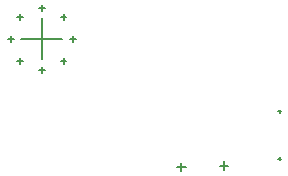
<source format=gbr>
%TF.GenerationSoftware,Altium Limited,Altium Designer,23.5.1 (21)*%
G04 Layer_Color=128*
%FSLAX45Y45*%
%MOMM*%
%TF.SameCoordinates,4F0F0AB4-5C0D-4210-9CCF-4C3744BDD4F0*%
%TF.FilePolarity,Positive*%
%TF.FileFunction,Drillmap*%
%TF.Part,Single*%
G01*
G75*
%TA.AperFunction,NonConductor*%
%ADD37C,0.12700*%
D37*
X14810616Y4014385D02*
X15160616D01*
X14985616Y3839385D02*
Y4189385D01*
X14960616Y3751885D02*
X15010616D01*
X14985616Y3726885D02*
Y3776885D01*
X14775000Y3828769D02*
X14825000D01*
X14800000Y3803769D02*
Y3853769D01*
X14698116Y4014385D02*
X14748116D01*
X14723116Y3989385D02*
Y4039385D01*
X15146231Y3828769D02*
X15196231D01*
X15171231Y3803769D02*
Y3853769D01*
X15223116Y4014385D02*
X15273116D01*
X15248116Y3989385D02*
Y4039385D01*
X15146231Y4200000D02*
X15196231D01*
X15171231Y4175000D02*
Y4225000D01*
X14960616Y4276885D02*
X15010616D01*
X14985616Y4251885D02*
Y4301884D01*
X14775000Y4200000D02*
X14825000D01*
X14800000Y4175000D02*
Y4225000D01*
X16987500Y3400000D02*
X17012500D01*
X17000000Y3387500D02*
Y3412500D01*
X16987500Y3000000D02*
X17012500D01*
X17000000Y2987500D02*
Y3012500D01*
X16494440Y2940000D02*
X16565559D01*
X16530000Y2904440D02*
Y2975560D01*
X16134441Y2930000D02*
X16205560D01*
X16170000Y2894440D02*
Y2965560D01*
%TF.MD5,d0ac6c0cc3a2d98c254bb11f4d357c7f*%
M02*

</source>
